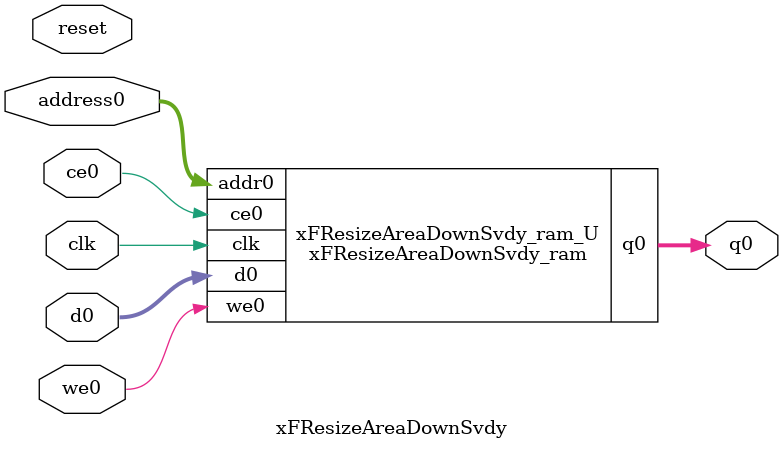
<source format=v>
`timescale 1 ns / 1 ps
module xFResizeAreaDownSvdy_ram (addr0, ce0, d0, we0, q0,  clk);

parameter DWIDTH = 13;
parameter AWIDTH = 9;
parameter MEM_SIZE = 360;

input[AWIDTH-1:0] addr0;
input ce0;
input[DWIDTH-1:0] d0;
input we0;
output reg[DWIDTH-1:0] q0;
input clk;

(* ram_style = "block" *)reg [DWIDTH-1:0] ram[0:MEM_SIZE-1];




always @(posedge clk)  
begin 
    if (ce0) 
    begin
        if (we0) 
        begin 
            ram[addr0] <= d0; 
        end 
        q0 <= ram[addr0];
    end
end


endmodule

`timescale 1 ns / 1 ps
module xFResizeAreaDownSvdy(
    reset,
    clk,
    address0,
    ce0,
    we0,
    d0,
    q0);

parameter DataWidth = 32'd13;
parameter AddressRange = 32'd360;
parameter AddressWidth = 32'd9;
input reset;
input clk;
input[AddressWidth - 1:0] address0;
input ce0;
input we0;
input[DataWidth - 1:0] d0;
output[DataWidth - 1:0] q0;



xFResizeAreaDownSvdy_ram xFResizeAreaDownSvdy_ram_U(
    .clk( clk ),
    .addr0( address0 ),
    .ce0( ce0 ),
    .we0( we0 ),
    .d0( d0 ),
    .q0( q0 ));

endmodule


</source>
